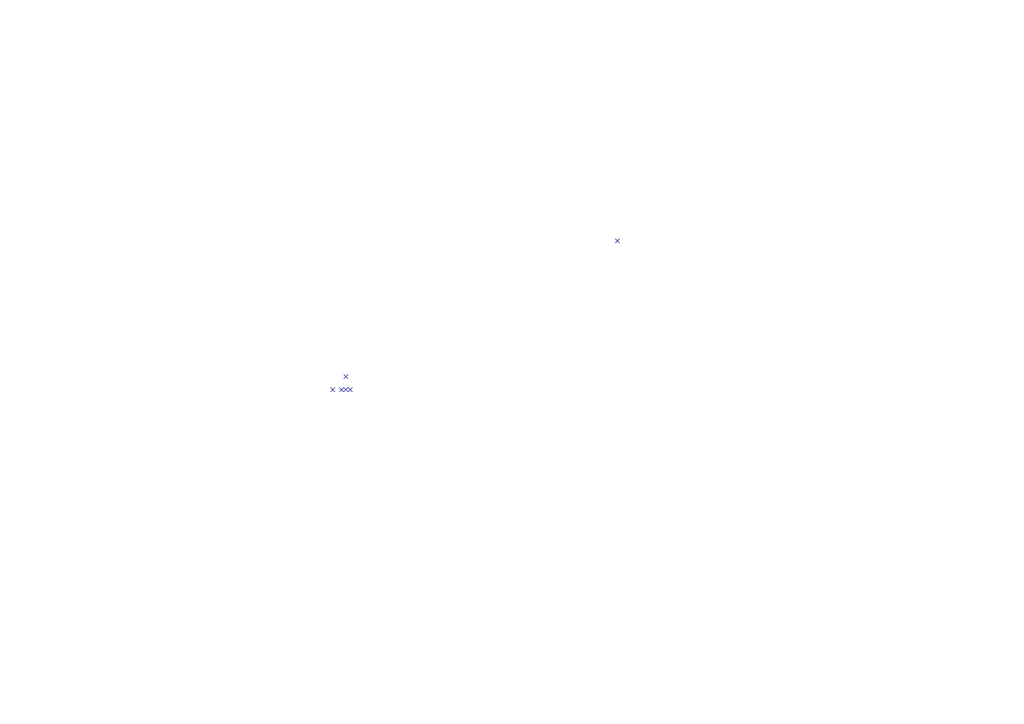
<source format=kicad_sch>
(kicad_sch (version 20230121) (generator eeschema)
  (paper "A4")
  (lib_symbols)
  (no_connect (at 101.6 113.03))
  (no_connect (at 96.52 113.03))
  (no_connect (at 179.07 69.85))
  (no_connect (at 100.33 113.03))
  (no_connect (at 99.06 113.03))
  (no_connect (at 100.33 109.22))
)
</source>
